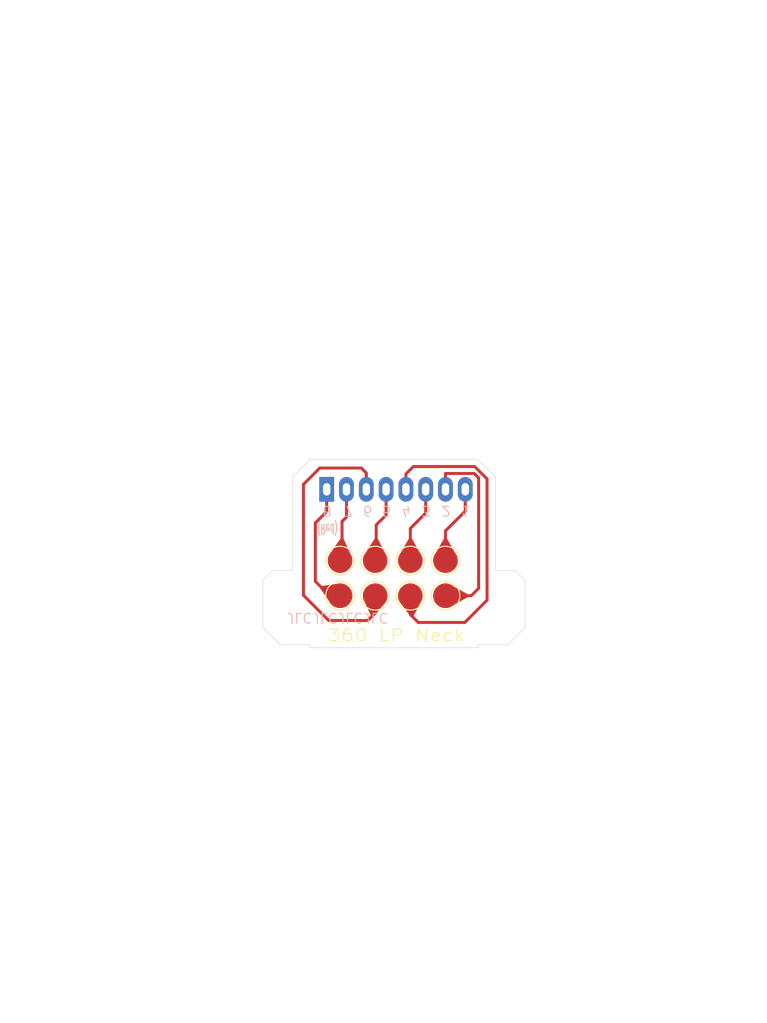
<source format=kicad_pcb>
(kicad_pcb (version 20240108) (generator "pcbnew") (generator_version "8.0")
  (layers (0 "F.Cu" signal) (31 "B.Cu" signal) (34 "B.Paste" user) (35 "F.Paste" user) (36 "B.SilkS" user "B.Silkscreen") (37 "F.SilkS" user "F.Silkscreen") (38 "B.Mask" user) (39 "F.Mask" user) (44 "Edge.Cuts" user))
  (net 0 "")
  (net 1 "Net-(J1-Pin_1)")
  (net 2 "Net-(J1-Pin_2)")
  (net 3 "Net-(J1-Pin_4)")
  (net 4 "Net-(J1-Pin_3)")
  (net 5 "Net-(J1-Pin_6)")
  (net 6 "Net-(J1-Pin_8)")
  (net 7 "Net-(J1-Pin_5)")
  (net 8 "Net-(J1-Pin_7)")
  (footprint "TestPoint:TestPoint_Pad_D2.5mm" (layer "F.Cu") (at 27.45 22.7)
    (property "Reference" "J4" (hide yes))
    (property "Value" "Conn_01x01_Pin")
    (fp_circle (center 0 0) (end 0 1.45) (stroke (width 0.12)) (fill none) (layer "F.SilkS"))
    (pad "1" smd circle (at 0 0) (size 2.5 2.5) (layers "F.Cu" "F.Mask") (net 4 "Net-(J1-Pin_3)"))
  )
  (footprint "Library:1x08GHLPNeck" (layer "F.Cu") (at 26 15.5)
    (property "Reference" "J1" (hide yes))
    (property "Value" "Conn_01x08_Pin")
    (pad "1" thru_hole oval (at 7 0) (size 1.5 2.5) (drill oval 0.75 1.25) (layers "*.Cu" "*.Mask") (net 1 "Net-(J1-Pin_1)"))
    (pad "2" thru_hole oval (at 5 0) (size 1.5 2.5) (drill oval 0.75 1.25) (layers "*.Cu" "*.Mask") (net 2 "Net-(J1-Pin_2)"))
    (pad "3" thru_hole oval (at 3 0) (size 1.5 2.5) (drill oval 0.75 1.25) (layers "*.Cu" "*.Mask") (net 4 "Net-(J1-Pin_3)"))
    (pad "4" thru_hole oval (at 1 0) (size 1.5 2.5) (drill oval 0.75 1.25) (layers "*.Cu" "*.Mask") (net 3 "Net-(J1-Pin_4)"))
    (pad "5" thru_hole oval (at -1 0) (size 1.5 2.5) (drill oval 0.75 1.25) (layers "*.Cu" "*.Mask") (net 7 "Net-(J1-Pin_5)"))
    (pad "6" thru_hole oval (at -3 0) (size 1.5 2.5) (drill oval 0.75 1.25) (layers "*.Cu" "*.Mask") (net 5 "Net-(J1-Pin_6)"))
    (pad "7" thru_hole oval (at -5 0) (size 1.5 2.5) (drill oval 0.75 1.25) (layers "*.Cu" "*.Mask") (net 8 "Net-(J1-Pin_7)"))
    (pad "8" thru_hole rect (at -7 0) (size 1.5 2.5) (drill oval 0.75 1.25) (layers "*.Cu" "*.Mask") (net 6 "Net-(J1-Pin_8)"))
  )
  (footprint "TestPoint:TestPoint_Pad_D2.5mm" (layer "F.Cu") (at 20.35 26.25)
    (property "Reference" "J9" (hide yes))
    (property "Value" "Conn_01x01_Pin")
    (fp_circle (center 0 0) (end 0 1.45) (stroke (width 0.12)) (fill none) (layer "F.SilkS"))
    (pad "1" smd circle (at 0 0) (size 2.5 2.5) (layers "F.Cu" "F.Mask") (net 6 "Net-(J1-Pin_8)"))
  )
  (footprint "TestPoint:TestPoint_Pad_D2.5mm" (layer "F.Cu") (at 27.45 26.25)
    (property "Reference" "J5" (hide yes))
    (property "Value" "Conn_01x01_Pin")
    (fp_circle (center 0 0) (end 0 1.45) (stroke (width 0.12)) (fill none) (layer "F.SilkS"))
    (pad "1" smd circle (at 0 0) (size 2.5 2.5) (layers "F.Cu" "F.Mask") (net 3 "Net-(J1-Pin_4)"))
  )
  (footprint "TestPoint:TestPoint_Pad_D2.5mm" (layer "F.Cu") (at 31 22.7)
    (property "Reference" "J2" (hide yes))
    (property "Value" "Conn_01x01_Pin")
    (fp_circle (center 0 0) (end 0 1.45) (stroke (width 0.12)) (fill none) (layer "F.SilkS"))
    (pad "1" smd circle (at 0 0) (size 2.5 2.5) (layers "F.Cu" "F.Mask") (net 1 "Net-(J1-Pin_1)"))
  )
  (footprint "TestPoint:TestPoint_Pad_D2.5mm" (layer "F.Cu") (at 23.9 26.25)
    (property "Reference" "J7" (hide yes))
    (property "Value" "Conn_01x01_Pin")
    (fp_circle (center 0 0) (end 0 1.45) (stroke (width 0.12)) (fill none) (layer "F.SilkS"))
    (pad "1" smd circle (at 0 0) (size 2.5 2.5) (layers "F.Cu" "F.Mask") (net 5 "Net-(J1-Pin_6)"))
  )
  (footprint "TestPoint:TestPoint_Pad_D2.5mm" (layer "F.Cu") (at 31 26.25)
    (property "Reference" "J3" (hide yes))
    (property "Value" "Conn_01x01_Pin")
    (fp_circle (center 0 0) (end 0 1.45) (stroke (width 0.12)) (fill none) (layer "F.SilkS"))
    (pad "1" smd circle (at 0 0) (size 2.5 2.5) (layers "F.Cu" "F.Mask") (net 2 "Net-(J1-Pin_2)"))
  )
  (footprint "TestPoint:TestPoint_Pad_D2.5mm" (layer "F.Cu") (at 20.35 22.7)
    (property "Reference" "J8" (hide yes))
    (property "Value" "Conn_01x01_Pin")
    (fp_circle (center 0 0) (end 0 1.45) (stroke (width 0.12)) (fill none) (layer "F.SilkS"))
    (pad "1" smd circle (at 0 0) (size 2.5 2.5) (layers "F.Cu" "F.Mask") (net 8 "Net-(J1-Pin_7)"))
  )
  (footprint "TestPoint:TestPoint_Pad_D2.5mm" (layer "F.Cu") (at 23.9 22.7)
    (property "Reference" "J6" (hide yes))
    (property "Value" "Conn_01x01_Pin")
    (fp_circle (center 0 0) (end 0 1.45) (stroke (width 0.12)) (fill none) (layer "F.SilkS"))
    (pad "1" smd circle (at 0 0) (size 2.5 2.5) (layers "F.Cu" "F.Mask") (net 7 "Net-(J1-Pin_5)"))
  )
  (gr_line (start 14.3 31.2) (end 17.3 31.2) (stroke (width 0.05)) (layer "Edge.Cuts"))
  (gr_line (start 38.05 23.7) (end 36.05 23.7) (stroke (width 0.05)) (layer "Edge.Cuts"))
  (gr_line (start 39.05 29.45) (end 39.05 24.7) (stroke (width 0.05)) (layer "Edge.Cuts"))
  (gr_line (start 34.3 12.5) (end 17.3 12.5) (stroke (width 0.05)) (layer "Edge.Cuts"))
  (gr_line (start 17.3 31.5) (end 34.3 31.5) (stroke (width 0.05)) (layer "Edge.Cuts"))
  (gr_line (start 15.55 14.25) (end 15.55 23.7) (stroke (width 0.05)) (layer "Edge.Cuts"))
  (gr_line (start 36.05 14.25) (end 34.3 12.5) (stroke (width 0.05)) (layer "Edge.Cuts"))
  (gr_line (start 17.3 12.5) (end 15.55 14.25) (stroke (width 0.05)) (layer "Edge.Cuts"))
  (gr_line (start 15.55 23.7) (end 13.55 23.7) (stroke (width 0.05)) (layer "Edge.Cuts"))
  (gr_line (start 36.05 23.7) (end 36.05 14.25) (stroke (width 0.05)) (layer "Edge.Cuts"))
  (gr_line (start 17.3 31.2) (end 17.3 31.5) (stroke (width 0.05)) (layer "Edge.Cuts"))
  (gr_line (start 12.55 24.7) (end 12.55 29.45) (stroke (width 0.05)) (layer "Edge.Cuts"))
  (gr_line (start 37.3 31.2) (end 39.05 29.45) (stroke (width 0.05)) (layer "Edge.Cuts"))
  (gr_line (start 34.3 31.5) (end 34.3 31.2) (stroke (width 0.05)) (layer "Edge.Cuts"))
  (gr_line (start 39.05 24.7) (end 38.05 23.7) (stroke (width 0.05)) (layer "Edge.Cuts"))
  (gr_line (start 12.55 29.45) (end 14.3 31.2) (stroke (width 0.05)) (layer "Edge.Cuts"))
  (gr_line (start 34.3 31.2) (end 37.3 31.2) (stroke (width 0.05)) (layer "Edge.Cuts"))
  (gr_line (start 13.55 23.7) (end 12.55 24.7) (stroke (width 0.05)) (layer "Edge.Cuts"))
  (gr_text "3" (at 28.5 17.1 180) (layer "B.SilkS") (effects (font (size 1 1) (thickness 0.1)) (justify left bottom mirror)))
  (gr_text "1" (at 32.5 17.1 180) (layer "B.SilkS") (effects (font (size 1 1) (thickness 0.1)) (justify left bottom mirror)))
  (gr_text "7" (at 20.6 17.1 180) (layer "B.SilkS") (effects (font (size 1 1) (thickness 0.1)) (justify left bottom mirror)))
  (gr_text "(Red)" (at 18 18.9 180) (layer "B.SilkS") (effects (font (size 1 0.5) (thickness 0.1)) (justify left bottom mirror)))
  (gr_text "2" (at 30.5 17.1 180) (layer "B.SilkS") (effects (font (size 1 1) (thickness 0.1)) (justify left bottom mirror)))
  (gr_text "8" (at 18.5 17.1 180) (layer "B.SilkS") (effects (font (size 1 1) (thickness 0.1)) (justify left bottom mirror)))
  (gr_text "6" (at 22.6 17.1 180) (layer "B.SilkS") (effects (font (size 1 1) (thickness 0.1)) (justify left bottom mirror)))
  (gr_text "JLCJLCJLCJLC" (at 14.9 27.9 180) (layer "B.SilkS") (effects (font (size 1 1) (thickness 0.1)) (justify left bottom mirror)))
  (gr_text "4" (at 26.5 17.1 180) (layer "B.SilkS") (effects (font (size 1 1) (thickness 0.1)) (justify left bottom mirror)))
  (gr_text "5" (at 24.5 17.1 180) (layer "B.SilkS") (effects (font (size 1 1) (thickness 0.1)) (justify left bottom mirror)))
  (gr_text "360 LP Neck" (at 19 30.95 0) (layer "F.SilkS") (effects (font (size 1.2 1.425) (thickness 0.12)) (justify left bottom)))
  (segment (start 33 15.5) (end 33 17.7) (width 0.3) (layer "F.Cu") (net 1))
  (segment (start 33 17.7) (end 31 19.7) (width 0.3) (layer "F.Cu") (net 1))
  (segment (start 31 19.7) (end 31 22.75) (width 0.3) (layer "F.Cu") (net 1))
  (segment (start 33.6 26.25) (end 31 26.25) (width 0.3) (layer "F.Cu") (net 2))
  (segment (start 34.35 14.35) (end 34.35 25.5) (width 0.3) (layer "F.Cu") (net 2))
  (segment (start 31 13.9) (end 33.9 13.9) (width 0.3) (layer "F.Cu") (net 2))
  (segment (start 34.35 25.5) (end 33.6 26.25) (width 0.3) (layer "F.Cu") (net 2))
  (segment (start 33.9 13.9) (end 34.35 14.35) (width 0.3) (layer "F.Cu") (net 2))
  (segment (start 31 15.5) (end 31 13.9) (width 0.3) (layer "F.Cu") (net 2))
  (segment (start 35.2 14.45) (end 35.2 26.7) (width 0.3) (layer "F.Cu") (net 3))
  (segment (start 35.2 26.7) (end 32.95 28.95) (width 0.3) (layer "F.Cu") (net 3))
  (segment (start 28.25 28.95) (end 27.45 28.15) (width 0.3) (layer "F.Cu") (net 3))
  (segment (start 33.95 13.2) (end 35.2 14.45) (width 0.3) (layer "F.Cu") (net 3))
  (segment (start 32.95 28.95) (end 28.25 28.95) (width 0.3) (layer "F.Cu") (net 3))
  (segment (start 27.45 28.15) (end 27.45 26.25) (width 0.3) (layer "F.Cu") (net 3))
  (segment (start 27.75 13.2) (end 33.95 13.2) (width 0.3) (layer "F.Cu") (net 3))
  (segment (start 27 13.95) (end 27.75 13.2) (width 0.3) (layer "F.Cu") (net 3))
  (segment (start 27 15.5) (end 27 13.95) (width 0.3) (layer "F.Cu") (net 3))
  (segment (start 29 15.5) (end 29 17.9) (width 0.3) (layer "F.Cu") (net 4))
  (segment (start 29 17.9) (end 27.45 19.45) (width 0.3) (layer "F.Cu") (net 4))
  (segment (start 27.45 19.45) (end 27.45 22.7) (width 0.3) (layer "F.Cu") (net 4))
  (segment (start 23 15.5) (end 23 13.85) (width 0.3) (layer "F.Cu") (net 5))
  (segment (start 19.2 28.75) (end 23.15 28.75) (width 0.3) (layer "F.Cu") (net 5))
  (segment (start 22.5 13.35) (end 18.3 13.35) (width 0.3) (layer "F.Cu") (net 5))
  (segment (start 23 13.85) (end 22.5 13.35) (width 0.3) (layer "F.Cu") (net 5))
  (segment (start 18.3 13.35) (end 16.65 15) (width 0.3) (layer "F.Cu") (net 5))
  (segment (start 16.65 15) (end 16.65 26.2) (width 0.3) (layer "F.Cu") (net 5))
  (segment (start 23.15 28.75) (end 23.9 28) (width 0.3) (layer "F.Cu") (net 5))
  (segment (start 23.9 28) (end 23.9 26.25) (width 0.3) (layer "F.Cu") (net 5))
  (segment (start 16.65 26.2) (end 19.2 28.75) (width 0.3) (layer "F.Cu") (net 5))
  (segment (start 17.85 24.8) (end 19.3 26.25) (width 0.3) (layer "F.Cu") (net 6))
  (segment (start 17.85 18.9) (end 17.85 24.8) (width 0.3) (layer "F.Cu") (net 6))
  (segment (start 19 17.75) (end 17.85 18.9) (width 0.3) (layer "F.Cu") (net 6))
  (segment (start 19.3 26.25) (end 20.35 26.25) (width 0.3) (layer "F.Cu") (net 6))
  (segment (start 19 15.5) (end 19 17.75) (width 0.3) (layer "F.Cu") (net 6))
  (segment (start 25 18.1) (end 24 19.1) (width 0.3) (layer "F.Cu") (net 7))
  (segment (start 25 15.5) (end 25 18.1) (width 0.3) (layer "F.Cu") (net 7))
  (segment (start 24 19.1) (end 24 22.6) (width 0.3) (layer "F.Cu") (net 7))
  (segment (start 24 22.6) (end 23.9 22.7) (width 0.3) (layer "F.Cu") (net 7))
  (segment (start 20.55 22.5) (end 20.35 22.7) (width 0.3) (layer "F.Cu") (net 8))
  (segment (start 21 15.5) (end 21 18.3) (width 0.3) (layer "F.Cu") (net 8))
  (segment (start 21 18.3) (end 20.55 18.75) (width 0.3) (layer "F.Cu") (net 8))
  (segment (start 20.35 22.7) (end 20.35 22.75) (width 0.3) (layer "F.Cu") (net 8))
  (segment (start 20.55 18.75) (end 20.55 22.5) (width 0.3) (layer "F.Cu") (net 8))
)
</source>
